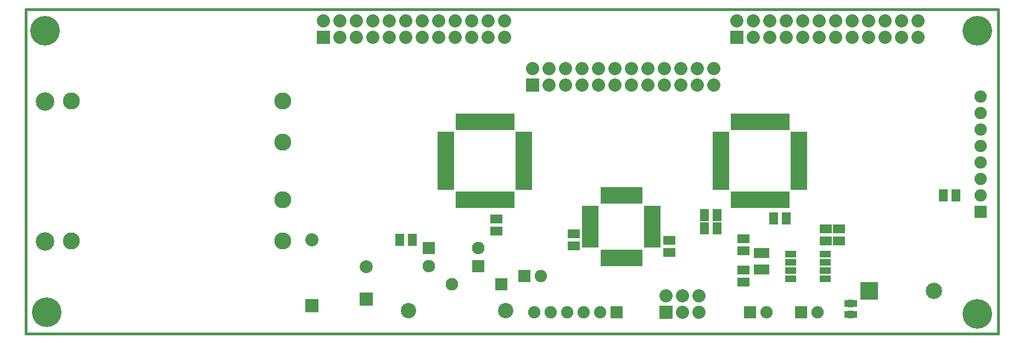
<source format=gts>
G04 (created by PCBNEW-RS274X (2011-04-29 BZR 2986)-stable) date 5/31/2011 9:18:06 PM*
G01*
G70*
G90*
%MOIN*%
G04 Gerber Fmt 3.4, Leading zero omitted, Abs format*
%FSLAX34Y34*%
G04 APERTURE LIST*
%ADD10C,0.006000*%
%ADD11C,0.015000*%
%ADD12C,0.103500*%
%ADD13R,0.075000X0.055000*%
%ADD14R,0.075000X0.075000*%
%ADD15C,0.075000*%
%ADD16C,0.093200*%
%ADD17R,0.039600X0.098700*%
%ADD18R,0.098700X0.039600*%
%ADD19R,0.080000X0.080000*%
%ADD20C,0.080000*%
%ADD21R,0.076000X0.076000*%
%ADD22C,0.076000*%
%ADD23R,0.079100X0.079100*%
%ADD24C,0.079100*%
%ADD25R,0.098700X0.037700*%
%ADD26R,0.037700X0.098700*%
%ADD27R,0.055000X0.075000*%
%ADD28R,0.065000X0.040000*%
%ADD29R,0.094800X0.063300*%
%ADD30R,0.106600X0.106600*%
%ADD31C,0.098700*%
%ADD32R,0.031800X0.045600*%
%ADD33R,0.034800X0.039700*%
%ADD34C,0.180000*%
%ADD35C,0.112500*%
G04 APERTURE END LIST*
G54D10*
G54D11*
X64567Y-25591D02*
X64567Y-05906D01*
X05512Y-25591D02*
X64567Y-25591D01*
X05512Y-05906D02*
X05512Y-25591D01*
X05512Y-05906D02*
X64567Y-05906D01*
G54D12*
X08283Y-19952D03*
X21117Y-17452D03*
X21117Y-13948D03*
X21117Y-11448D03*
X08283Y-11448D03*
X21117Y-19952D03*
G54D13*
X49100Y-22475D03*
X49100Y-21725D03*
X49100Y-20575D03*
X49100Y-19825D03*
G54D14*
X63500Y-18200D03*
G54D15*
X63500Y-17200D03*
X63500Y-16200D03*
X63500Y-15200D03*
X63500Y-14200D03*
X63500Y-13200D03*
X63500Y-12200D03*
X63500Y-11200D03*
G54D14*
X41400Y-24300D03*
G54D15*
X40400Y-24300D03*
X39400Y-24300D03*
X38400Y-24300D03*
X37400Y-24300D03*
X36400Y-24300D03*
G54D14*
X49500Y-24300D03*
G54D15*
X50500Y-24300D03*
G54D14*
X52600Y-24300D03*
G54D15*
X53600Y-24300D03*
G54D16*
X34653Y-24200D03*
X28747Y-24200D03*
G54D17*
X34974Y-12738D03*
X34659Y-12738D03*
X34344Y-12738D03*
X34029Y-12738D03*
X33714Y-12738D03*
X33400Y-12738D03*
X33086Y-12738D03*
X32771Y-12738D03*
X32456Y-12738D03*
X32141Y-12738D03*
X31826Y-12738D03*
G54D18*
X31038Y-13526D03*
X31038Y-13841D03*
X31038Y-14156D03*
X31038Y-14471D03*
X31038Y-14786D03*
X31038Y-15100D03*
X31038Y-15414D03*
X31038Y-15729D03*
X31038Y-16044D03*
X31038Y-16359D03*
X31038Y-16674D03*
G54D17*
X31826Y-17462D03*
X32141Y-17462D03*
X32456Y-17462D03*
X32771Y-17462D03*
X33086Y-17462D03*
X33400Y-17462D03*
X33714Y-17462D03*
X34029Y-17462D03*
X34344Y-17462D03*
X34659Y-17462D03*
X34974Y-17462D03*
G54D18*
X35762Y-16674D03*
X35762Y-16359D03*
X35762Y-16044D03*
X35762Y-15729D03*
X35762Y-15414D03*
X35762Y-15100D03*
X35762Y-14786D03*
X35762Y-14471D03*
X35762Y-14156D03*
X35762Y-13841D03*
X35762Y-13526D03*
G54D17*
X51674Y-12738D03*
X51359Y-12738D03*
X51044Y-12738D03*
X50729Y-12738D03*
X50414Y-12738D03*
X50100Y-12738D03*
X49786Y-12738D03*
X49471Y-12738D03*
X49156Y-12738D03*
X48841Y-12738D03*
X48526Y-12738D03*
G54D18*
X47738Y-13526D03*
X47738Y-13841D03*
X47738Y-14156D03*
X47738Y-14471D03*
X47738Y-14786D03*
X47738Y-15100D03*
X47738Y-15414D03*
X47738Y-15729D03*
X47738Y-16044D03*
X47738Y-16359D03*
X47738Y-16674D03*
G54D17*
X48526Y-17462D03*
X48841Y-17462D03*
X49156Y-17462D03*
X49471Y-17462D03*
X49786Y-17462D03*
X50100Y-17462D03*
X50414Y-17462D03*
X50729Y-17462D03*
X51044Y-17462D03*
X51359Y-17462D03*
X51674Y-17462D03*
G54D18*
X52462Y-16674D03*
X52462Y-16359D03*
X52462Y-16044D03*
X52462Y-15729D03*
X52462Y-15414D03*
X52462Y-15100D03*
X52462Y-14786D03*
X52462Y-14471D03*
X52462Y-14156D03*
X52462Y-13841D03*
X52462Y-13526D03*
G54D19*
X44400Y-24300D03*
G54D20*
X44400Y-23300D03*
X45400Y-24300D03*
X45400Y-23300D03*
X46400Y-24300D03*
X46400Y-23300D03*
G54D19*
X22900Y-23900D03*
G54D20*
X22900Y-19900D03*
G54D21*
X30000Y-20400D03*
G54D22*
X33000Y-20400D03*
G54D21*
X33000Y-21500D03*
G54D22*
X30000Y-21500D03*
G54D21*
X34400Y-22600D03*
G54D22*
X31400Y-22600D03*
G54D23*
X26200Y-23484D03*
G54D24*
X26200Y-21516D03*
G54D14*
X35800Y-22100D03*
G54D15*
X36800Y-22100D03*
G54D25*
X39804Y-20193D03*
X39804Y-19878D03*
X39804Y-19563D03*
X39804Y-19248D03*
X39804Y-18933D03*
X39804Y-18618D03*
X39804Y-18303D03*
X39804Y-17988D03*
X43570Y-17990D03*
X43570Y-20200D03*
X43570Y-19880D03*
X43570Y-19560D03*
X43570Y-19250D03*
X43570Y-18930D03*
X43570Y-18620D03*
X43570Y-18300D03*
G54D26*
X40588Y-17200D03*
X40902Y-17200D03*
X41218Y-17200D03*
X41532Y-17200D03*
X41848Y-17200D03*
X42162Y-17200D03*
X42478Y-17200D03*
X42792Y-17200D03*
X40590Y-20980D03*
X40900Y-20980D03*
X41220Y-20980D03*
X41530Y-20980D03*
X41840Y-20980D03*
X42160Y-20980D03*
X42480Y-20980D03*
X42800Y-20980D03*
G54D27*
X28225Y-19900D03*
X28975Y-19900D03*
G54D13*
X54900Y-19225D03*
X54900Y-19975D03*
X54100Y-19975D03*
X54100Y-19225D03*
G54D27*
X46725Y-19200D03*
X47475Y-19200D03*
X46725Y-18400D03*
X47475Y-18400D03*
G54D13*
X34100Y-18625D03*
X34100Y-19375D03*
G54D27*
X50925Y-18600D03*
X51675Y-18600D03*
G54D13*
X38800Y-19525D03*
X38800Y-20275D03*
G54D27*
X61975Y-17200D03*
X61225Y-17200D03*
G54D28*
X54050Y-20750D03*
X51950Y-20750D03*
X54050Y-21250D03*
X54050Y-21750D03*
X54050Y-22250D03*
X51950Y-21250D03*
X51950Y-21750D03*
X51950Y-22250D03*
G54D19*
X23600Y-07600D03*
G54D20*
X23600Y-06600D03*
X24600Y-07600D03*
X24600Y-06600D03*
X25600Y-07600D03*
X25600Y-06600D03*
X26600Y-07600D03*
X26600Y-06600D03*
X27600Y-07600D03*
X27600Y-06600D03*
X28600Y-07600D03*
X28600Y-06600D03*
X29600Y-07600D03*
X29600Y-06600D03*
X30600Y-07600D03*
X30600Y-06600D03*
X31600Y-07600D03*
X31600Y-06600D03*
X32600Y-07600D03*
X32600Y-06600D03*
X33600Y-07600D03*
X33600Y-06600D03*
X34600Y-07600D03*
X34600Y-06600D03*
G54D19*
X36300Y-10500D03*
G54D20*
X36300Y-09500D03*
X37300Y-10500D03*
X37300Y-09500D03*
X38300Y-10500D03*
X38300Y-09500D03*
X39300Y-10500D03*
X39300Y-09500D03*
X40300Y-10500D03*
X40300Y-09500D03*
X41300Y-10500D03*
X41300Y-09500D03*
X42300Y-10500D03*
X42300Y-09500D03*
X43300Y-10500D03*
X43300Y-09500D03*
X44300Y-10500D03*
X44300Y-09500D03*
X45300Y-10500D03*
X45300Y-09500D03*
X46300Y-10500D03*
X46300Y-09500D03*
X47300Y-10500D03*
X47300Y-09500D03*
G54D19*
X48700Y-07600D03*
G54D20*
X48700Y-06600D03*
X49700Y-07600D03*
X49700Y-06600D03*
X50700Y-07600D03*
X50700Y-06600D03*
X51700Y-07600D03*
X51700Y-06600D03*
X52700Y-07600D03*
X52700Y-06600D03*
X53700Y-07600D03*
X53700Y-06600D03*
X54700Y-07600D03*
X54700Y-06600D03*
X55700Y-07600D03*
X55700Y-06600D03*
X56700Y-07600D03*
X56700Y-06600D03*
X57700Y-07600D03*
X57700Y-06600D03*
X58700Y-07600D03*
X58700Y-06600D03*
X59700Y-07600D03*
X59700Y-06600D03*
G54D29*
X50200Y-20708D03*
X50200Y-21692D03*
G54D30*
X56731Y-23000D03*
G54D31*
X60669Y-23000D03*
G54D32*
X55600Y-23765D03*
X55600Y-24435D03*
G54D33*
X55812Y-24435D03*
X55388Y-24435D03*
X55388Y-23765D03*
X55812Y-23765D03*
G54D34*
X63300Y-07200D03*
X63300Y-24400D03*
G54D13*
X44600Y-19925D03*
X44600Y-20675D03*
G54D34*
X06800Y-24300D03*
X06700Y-07200D03*
G54D35*
X06700Y-20000D03*
X06700Y-11500D03*
M02*

</source>
